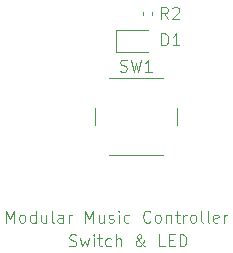
<source format=gto>
%TF.GenerationSoftware,KiCad,Pcbnew,9.0.5-1.fc42*%
%TF.CreationDate,2025-12-03T02:33:13+01:00*%
%TF.ProjectId,Block-Switch-1,426c6f63-6b2d-4537-9769-7463682d312e,1*%
%TF.SameCoordinates,Original*%
%TF.FileFunction,Legend,Top*%
%TF.FilePolarity,Positive*%
%FSLAX46Y46*%
G04 Gerber Fmt 4.6, Leading zero omitted, Abs format (unit mm)*
G04 Created by KiCad (PCBNEW 9.0.5-1.fc42) date 2025-12-03 02:33:13*
%MOMM*%
%LPD*%
G01*
G04 APERTURE LIST*
%ADD10C,0.125000*%
%ADD11C,0.120000*%
G04 APERTURE END LIST*
D10*
X128082331Y-122656319D02*
X128082331Y-121656319D01*
X128082331Y-121656319D02*
X128415664Y-122370604D01*
X128415664Y-122370604D02*
X128748997Y-121656319D01*
X128748997Y-121656319D02*
X128748997Y-122656319D01*
X129368045Y-122656319D02*
X129272807Y-122608700D01*
X129272807Y-122608700D02*
X129225188Y-122561080D01*
X129225188Y-122561080D02*
X129177569Y-122465842D01*
X129177569Y-122465842D02*
X129177569Y-122180128D01*
X129177569Y-122180128D02*
X129225188Y-122084890D01*
X129225188Y-122084890D02*
X129272807Y-122037271D01*
X129272807Y-122037271D02*
X129368045Y-121989652D01*
X129368045Y-121989652D02*
X129510902Y-121989652D01*
X129510902Y-121989652D02*
X129606140Y-122037271D01*
X129606140Y-122037271D02*
X129653759Y-122084890D01*
X129653759Y-122084890D02*
X129701378Y-122180128D01*
X129701378Y-122180128D02*
X129701378Y-122465842D01*
X129701378Y-122465842D02*
X129653759Y-122561080D01*
X129653759Y-122561080D02*
X129606140Y-122608700D01*
X129606140Y-122608700D02*
X129510902Y-122656319D01*
X129510902Y-122656319D02*
X129368045Y-122656319D01*
X130558521Y-122656319D02*
X130558521Y-121656319D01*
X130558521Y-122608700D02*
X130463283Y-122656319D01*
X130463283Y-122656319D02*
X130272807Y-122656319D01*
X130272807Y-122656319D02*
X130177569Y-122608700D01*
X130177569Y-122608700D02*
X130129950Y-122561080D01*
X130129950Y-122561080D02*
X130082331Y-122465842D01*
X130082331Y-122465842D02*
X130082331Y-122180128D01*
X130082331Y-122180128D02*
X130129950Y-122084890D01*
X130129950Y-122084890D02*
X130177569Y-122037271D01*
X130177569Y-122037271D02*
X130272807Y-121989652D01*
X130272807Y-121989652D02*
X130463283Y-121989652D01*
X130463283Y-121989652D02*
X130558521Y-122037271D01*
X131463283Y-121989652D02*
X131463283Y-122656319D01*
X131034712Y-121989652D02*
X131034712Y-122513461D01*
X131034712Y-122513461D02*
X131082331Y-122608700D01*
X131082331Y-122608700D02*
X131177569Y-122656319D01*
X131177569Y-122656319D02*
X131320426Y-122656319D01*
X131320426Y-122656319D02*
X131415664Y-122608700D01*
X131415664Y-122608700D02*
X131463283Y-122561080D01*
X132082331Y-122656319D02*
X131987093Y-122608700D01*
X131987093Y-122608700D02*
X131939474Y-122513461D01*
X131939474Y-122513461D02*
X131939474Y-121656319D01*
X132891855Y-122656319D02*
X132891855Y-122132509D01*
X132891855Y-122132509D02*
X132844236Y-122037271D01*
X132844236Y-122037271D02*
X132748998Y-121989652D01*
X132748998Y-121989652D02*
X132558522Y-121989652D01*
X132558522Y-121989652D02*
X132463284Y-122037271D01*
X132891855Y-122608700D02*
X132796617Y-122656319D01*
X132796617Y-122656319D02*
X132558522Y-122656319D01*
X132558522Y-122656319D02*
X132463284Y-122608700D01*
X132463284Y-122608700D02*
X132415665Y-122513461D01*
X132415665Y-122513461D02*
X132415665Y-122418223D01*
X132415665Y-122418223D02*
X132463284Y-122322985D01*
X132463284Y-122322985D02*
X132558522Y-122275366D01*
X132558522Y-122275366D02*
X132796617Y-122275366D01*
X132796617Y-122275366D02*
X132891855Y-122227747D01*
X133368046Y-122656319D02*
X133368046Y-121989652D01*
X133368046Y-122180128D02*
X133415665Y-122084890D01*
X133415665Y-122084890D02*
X133463284Y-122037271D01*
X133463284Y-122037271D02*
X133558522Y-121989652D01*
X133558522Y-121989652D02*
X133653760Y-121989652D01*
X134748999Y-122656319D02*
X134748999Y-121656319D01*
X134748999Y-121656319D02*
X135082332Y-122370604D01*
X135082332Y-122370604D02*
X135415665Y-121656319D01*
X135415665Y-121656319D02*
X135415665Y-122656319D01*
X136320427Y-121989652D02*
X136320427Y-122656319D01*
X135891856Y-121989652D02*
X135891856Y-122513461D01*
X135891856Y-122513461D02*
X135939475Y-122608700D01*
X135939475Y-122608700D02*
X136034713Y-122656319D01*
X136034713Y-122656319D02*
X136177570Y-122656319D01*
X136177570Y-122656319D02*
X136272808Y-122608700D01*
X136272808Y-122608700D02*
X136320427Y-122561080D01*
X136748999Y-122608700D02*
X136844237Y-122656319D01*
X136844237Y-122656319D02*
X137034713Y-122656319D01*
X137034713Y-122656319D02*
X137129951Y-122608700D01*
X137129951Y-122608700D02*
X137177570Y-122513461D01*
X137177570Y-122513461D02*
X137177570Y-122465842D01*
X137177570Y-122465842D02*
X137129951Y-122370604D01*
X137129951Y-122370604D02*
X137034713Y-122322985D01*
X137034713Y-122322985D02*
X136891856Y-122322985D01*
X136891856Y-122322985D02*
X136796618Y-122275366D01*
X136796618Y-122275366D02*
X136748999Y-122180128D01*
X136748999Y-122180128D02*
X136748999Y-122132509D01*
X136748999Y-122132509D02*
X136796618Y-122037271D01*
X136796618Y-122037271D02*
X136891856Y-121989652D01*
X136891856Y-121989652D02*
X137034713Y-121989652D01*
X137034713Y-121989652D02*
X137129951Y-122037271D01*
X137606142Y-122656319D02*
X137606142Y-121989652D01*
X137606142Y-121656319D02*
X137558523Y-121703938D01*
X137558523Y-121703938D02*
X137606142Y-121751557D01*
X137606142Y-121751557D02*
X137653761Y-121703938D01*
X137653761Y-121703938D02*
X137606142Y-121656319D01*
X137606142Y-121656319D02*
X137606142Y-121751557D01*
X138510903Y-122608700D02*
X138415665Y-122656319D01*
X138415665Y-122656319D02*
X138225189Y-122656319D01*
X138225189Y-122656319D02*
X138129951Y-122608700D01*
X138129951Y-122608700D02*
X138082332Y-122561080D01*
X138082332Y-122561080D02*
X138034713Y-122465842D01*
X138034713Y-122465842D02*
X138034713Y-122180128D01*
X138034713Y-122180128D02*
X138082332Y-122084890D01*
X138082332Y-122084890D02*
X138129951Y-122037271D01*
X138129951Y-122037271D02*
X138225189Y-121989652D01*
X138225189Y-121989652D02*
X138415665Y-121989652D01*
X138415665Y-121989652D02*
X138510903Y-122037271D01*
X140272808Y-122561080D02*
X140225189Y-122608700D01*
X140225189Y-122608700D02*
X140082332Y-122656319D01*
X140082332Y-122656319D02*
X139987094Y-122656319D01*
X139987094Y-122656319D02*
X139844237Y-122608700D01*
X139844237Y-122608700D02*
X139748999Y-122513461D01*
X139748999Y-122513461D02*
X139701380Y-122418223D01*
X139701380Y-122418223D02*
X139653761Y-122227747D01*
X139653761Y-122227747D02*
X139653761Y-122084890D01*
X139653761Y-122084890D02*
X139701380Y-121894414D01*
X139701380Y-121894414D02*
X139748999Y-121799176D01*
X139748999Y-121799176D02*
X139844237Y-121703938D01*
X139844237Y-121703938D02*
X139987094Y-121656319D01*
X139987094Y-121656319D02*
X140082332Y-121656319D01*
X140082332Y-121656319D02*
X140225189Y-121703938D01*
X140225189Y-121703938D02*
X140272808Y-121751557D01*
X140844237Y-122656319D02*
X140748999Y-122608700D01*
X140748999Y-122608700D02*
X140701380Y-122561080D01*
X140701380Y-122561080D02*
X140653761Y-122465842D01*
X140653761Y-122465842D02*
X140653761Y-122180128D01*
X140653761Y-122180128D02*
X140701380Y-122084890D01*
X140701380Y-122084890D02*
X140748999Y-122037271D01*
X140748999Y-122037271D02*
X140844237Y-121989652D01*
X140844237Y-121989652D02*
X140987094Y-121989652D01*
X140987094Y-121989652D02*
X141082332Y-122037271D01*
X141082332Y-122037271D02*
X141129951Y-122084890D01*
X141129951Y-122084890D02*
X141177570Y-122180128D01*
X141177570Y-122180128D02*
X141177570Y-122465842D01*
X141177570Y-122465842D02*
X141129951Y-122561080D01*
X141129951Y-122561080D02*
X141082332Y-122608700D01*
X141082332Y-122608700D02*
X140987094Y-122656319D01*
X140987094Y-122656319D02*
X140844237Y-122656319D01*
X141606142Y-121989652D02*
X141606142Y-122656319D01*
X141606142Y-122084890D02*
X141653761Y-122037271D01*
X141653761Y-122037271D02*
X141748999Y-121989652D01*
X141748999Y-121989652D02*
X141891856Y-121989652D01*
X141891856Y-121989652D02*
X141987094Y-122037271D01*
X141987094Y-122037271D02*
X142034713Y-122132509D01*
X142034713Y-122132509D02*
X142034713Y-122656319D01*
X142368047Y-121989652D02*
X142748999Y-121989652D01*
X142510904Y-121656319D02*
X142510904Y-122513461D01*
X142510904Y-122513461D02*
X142558523Y-122608700D01*
X142558523Y-122608700D02*
X142653761Y-122656319D01*
X142653761Y-122656319D02*
X142748999Y-122656319D01*
X143082333Y-122656319D02*
X143082333Y-121989652D01*
X143082333Y-122180128D02*
X143129952Y-122084890D01*
X143129952Y-122084890D02*
X143177571Y-122037271D01*
X143177571Y-122037271D02*
X143272809Y-121989652D01*
X143272809Y-121989652D02*
X143368047Y-121989652D01*
X143844238Y-122656319D02*
X143749000Y-122608700D01*
X143749000Y-122608700D02*
X143701381Y-122561080D01*
X143701381Y-122561080D02*
X143653762Y-122465842D01*
X143653762Y-122465842D02*
X143653762Y-122180128D01*
X143653762Y-122180128D02*
X143701381Y-122084890D01*
X143701381Y-122084890D02*
X143749000Y-122037271D01*
X143749000Y-122037271D02*
X143844238Y-121989652D01*
X143844238Y-121989652D02*
X143987095Y-121989652D01*
X143987095Y-121989652D02*
X144082333Y-122037271D01*
X144082333Y-122037271D02*
X144129952Y-122084890D01*
X144129952Y-122084890D02*
X144177571Y-122180128D01*
X144177571Y-122180128D02*
X144177571Y-122465842D01*
X144177571Y-122465842D02*
X144129952Y-122561080D01*
X144129952Y-122561080D02*
X144082333Y-122608700D01*
X144082333Y-122608700D02*
X143987095Y-122656319D01*
X143987095Y-122656319D02*
X143844238Y-122656319D01*
X144749000Y-122656319D02*
X144653762Y-122608700D01*
X144653762Y-122608700D02*
X144606143Y-122513461D01*
X144606143Y-122513461D02*
X144606143Y-121656319D01*
X145272810Y-122656319D02*
X145177572Y-122608700D01*
X145177572Y-122608700D02*
X145129953Y-122513461D01*
X145129953Y-122513461D02*
X145129953Y-121656319D01*
X146034715Y-122608700D02*
X145939477Y-122656319D01*
X145939477Y-122656319D02*
X145749001Y-122656319D01*
X145749001Y-122656319D02*
X145653763Y-122608700D01*
X145653763Y-122608700D02*
X145606144Y-122513461D01*
X145606144Y-122513461D02*
X145606144Y-122132509D01*
X145606144Y-122132509D02*
X145653763Y-122037271D01*
X145653763Y-122037271D02*
X145749001Y-121989652D01*
X145749001Y-121989652D02*
X145939477Y-121989652D01*
X145939477Y-121989652D02*
X146034715Y-122037271D01*
X146034715Y-122037271D02*
X146082334Y-122132509D01*
X146082334Y-122132509D02*
X146082334Y-122227747D01*
X146082334Y-122227747D02*
X145606144Y-122322985D01*
X146510906Y-122656319D02*
X146510906Y-121989652D01*
X146510906Y-122180128D02*
X146558525Y-122084890D01*
X146558525Y-122084890D02*
X146606144Y-122037271D01*
X146606144Y-122037271D02*
X146701382Y-121989652D01*
X146701382Y-121989652D02*
X146796620Y-121989652D01*
X133419512Y-124613500D02*
X133562369Y-124661119D01*
X133562369Y-124661119D02*
X133800464Y-124661119D01*
X133800464Y-124661119D02*
X133895702Y-124613500D01*
X133895702Y-124613500D02*
X133943321Y-124565880D01*
X133943321Y-124565880D02*
X133990940Y-124470642D01*
X133990940Y-124470642D02*
X133990940Y-124375404D01*
X133990940Y-124375404D02*
X133943321Y-124280166D01*
X133943321Y-124280166D02*
X133895702Y-124232547D01*
X133895702Y-124232547D02*
X133800464Y-124184928D01*
X133800464Y-124184928D02*
X133609988Y-124137309D01*
X133609988Y-124137309D02*
X133514750Y-124089690D01*
X133514750Y-124089690D02*
X133467131Y-124042071D01*
X133467131Y-124042071D02*
X133419512Y-123946833D01*
X133419512Y-123946833D02*
X133419512Y-123851595D01*
X133419512Y-123851595D02*
X133467131Y-123756357D01*
X133467131Y-123756357D02*
X133514750Y-123708738D01*
X133514750Y-123708738D02*
X133609988Y-123661119D01*
X133609988Y-123661119D02*
X133848083Y-123661119D01*
X133848083Y-123661119D02*
X133990940Y-123708738D01*
X134324274Y-123994452D02*
X134514750Y-124661119D01*
X134514750Y-124661119D02*
X134705226Y-124184928D01*
X134705226Y-124184928D02*
X134895702Y-124661119D01*
X134895702Y-124661119D02*
X135086178Y-123994452D01*
X135467131Y-124661119D02*
X135467131Y-123994452D01*
X135467131Y-123661119D02*
X135419512Y-123708738D01*
X135419512Y-123708738D02*
X135467131Y-123756357D01*
X135467131Y-123756357D02*
X135514750Y-123708738D01*
X135514750Y-123708738D02*
X135467131Y-123661119D01*
X135467131Y-123661119D02*
X135467131Y-123756357D01*
X135800464Y-123994452D02*
X136181416Y-123994452D01*
X135943321Y-123661119D02*
X135943321Y-124518261D01*
X135943321Y-124518261D02*
X135990940Y-124613500D01*
X135990940Y-124613500D02*
X136086178Y-124661119D01*
X136086178Y-124661119D02*
X136181416Y-124661119D01*
X136943321Y-124613500D02*
X136848083Y-124661119D01*
X136848083Y-124661119D02*
X136657607Y-124661119D01*
X136657607Y-124661119D02*
X136562369Y-124613500D01*
X136562369Y-124613500D02*
X136514750Y-124565880D01*
X136514750Y-124565880D02*
X136467131Y-124470642D01*
X136467131Y-124470642D02*
X136467131Y-124184928D01*
X136467131Y-124184928D02*
X136514750Y-124089690D01*
X136514750Y-124089690D02*
X136562369Y-124042071D01*
X136562369Y-124042071D02*
X136657607Y-123994452D01*
X136657607Y-123994452D02*
X136848083Y-123994452D01*
X136848083Y-123994452D02*
X136943321Y-124042071D01*
X137371893Y-124661119D02*
X137371893Y-123661119D01*
X137800464Y-124661119D02*
X137800464Y-124137309D01*
X137800464Y-124137309D02*
X137752845Y-124042071D01*
X137752845Y-124042071D02*
X137657607Y-123994452D01*
X137657607Y-123994452D02*
X137514750Y-123994452D01*
X137514750Y-123994452D02*
X137419512Y-124042071D01*
X137419512Y-124042071D02*
X137371893Y-124089690D01*
X139848084Y-124661119D02*
X139800465Y-124661119D01*
X139800465Y-124661119D02*
X139705226Y-124613500D01*
X139705226Y-124613500D02*
X139562369Y-124470642D01*
X139562369Y-124470642D02*
X139324274Y-124184928D01*
X139324274Y-124184928D02*
X139229036Y-124042071D01*
X139229036Y-124042071D02*
X139181417Y-123899214D01*
X139181417Y-123899214D02*
X139181417Y-123803976D01*
X139181417Y-123803976D02*
X139229036Y-123708738D01*
X139229036Y-123708738D02*
X139324274Y-123661119D01*
X139324274Y-123661119D02*
X139371893Y-123661119D01*
X139371893Y-123661119D02*
X139467131Y-123708738D01*
X139467131Y-123708738D02*
X139514750Y-123803976D01*
X139514750Y-123803976D02*
X139514750Y-123851595D01*
X139514750Y-123851595D02*
X139467131Y-123946833D01*
X139467131Y-123946833D02*
X139419512Y-123994452D01*
X139419512Y-123994452D02*
X139133798Y-124184928D01*
X139133798Y-124184928D02*
X139086179Y-124232547D01*
X139086179Y-124232547D02*
X139038560Y-124327785D01*
X139038560Y-124327785D02*
X139038560Y-124470642D01*
X139038560Y-124470642D02*
X139086179Y-124565880D01*
X139086179Y-124565880D02*
X139133798Y-124613500D01*
X139133798Y-124613500D02*
X139229036Y-124661119D01*
X139229036Y-124661119D02*
X139371893Y-124661119D01*
X139371893Y-124661119D02*
X139467131Y-124613500D01*
X139467131Y-124613500D02*
X139514750Y-124565880D01*
X139514750Y-124565880D02*
X139657607Y-124375404D01*
X139657607Y-124375404D02*
X139705226Y-124232547D01*
X139705226Y-124232547D02*
X139705226Y-124137309D01*
X141514750Y-124661119D02*
X141038560Y-124661119D01*
X141038560Y-124661119D02*
X141038560Y-123661119D01*
X141848084Y-124137309D02*
X142181417Y-124137309D01*
X142324274Y-124661119D02*
X141848084Y-124661119D01*
X141848084Y-124661119D02*
X141848084Y-123661119D01*
X141848084Y-123661119D02*
X142324274Y-123661119D01*
X142752846Y-124661119D02*
X142752846Y-123661119D01*
X142752846Y-123661119D02*
X142990941Y-123661119D01*
X142990941Y-123661119D02*
X143133798Y-123708738D01*
X143133798Y-123708738D02*
X143229036Y-123803976D01*
X143229036Y-123803976D02*
X143276655Y-123899214D01*
X143276655Y-123899214D02*
X143324274Y-124089690D01*
X143324274Y-124089690D02*
X143324274Y-124232547D01*
X143324274Y-124232547D02*
X143276655Y-124423023D01*
X143276655Y-124423023D02*
X143229036Y-124518261D01*
X143229036Y-124518261D02*
X143133798Y-124613500D01*
X143133798Y-124613500D02*
X142990941Y-124661119D01*
X142990941Y-124661119D02*
X142752846Y-124661119D01*
X141219405Y-107644119D02*
X141219405Y-106644119D01*
X141219405Y-106644119D02*
X141457500Y-106644119D01*
X141457500Y-106644119D02*
X141600357Y-106691738D01*
X141600357Y-106691738D02*
X141695595Y-106786976D01*
X141695595Y-106786976D02*
X141743214Y-106882214D01*
X141743214Y-106882214D02*
X141790833Y-107072690D01*
X141790833Y-107072690D02*
X141790833Y-107215547D01*
X141790833Y-107215547D02*
X141743214Y-107406023D01*
X141743214Y-107406023D02*
X141695595Y-107501261D01*
X141695595Y-107501261D02*
X141600357Y-107596500D01*
X141600357Y-107596500D02*
X141457500Y-107644119D01*
X141457500Y-107644119D02*
X141219405Y-107644119D01*
X142743214Y-107644119D02*
X142171786Y-107644119D01*
X142457500Y-107644119D02*
X142457500Y-106644119D01*
X142457500Y-106644119D02*
X142362262Y-106786976D01*
X142362262Y-106786976D02*
X142267024Y-106882214D01*
X142267024Y-106882214D02*
X142171786Y-106929833D01*
X141768533Y-105408919D02*
X141435200Y-104932728D01*
X141197105Y-105408919D02*
X141197105Y-104408919D01*
X141197105Y-104408919D02*
X141578057Y-104408919D01*
X141578057Y-104408919D02*
X141673295Y-104456538D01*
X141673295Y-104456538D02*
X141720914Y-104504157D01*
X141720914Y-104504157D02*
X141768533Y-104599395D01*
X141768533Y-104599395D02*
X141768533Y-104742252D01*
X141768533Y-104742252D02*
X141720914Y-104837490D01*
X141720914Y-104837490D02*
X141673295Y-104885109D01*
X141673295Y-104885109D02*
X141578057Y-104932728D01*
X141578057Y-104932728D02*
X141197105Y-104932728D01*
X142149486Y-104504157D02*
X142197105Y-104456538D01*
X142197105Y-104456538D02*
X142292343Y-104408919D01*
X142292343Y-104408919D02*
X142530438Y-104408919D01*
X142530438Y-104408919D02*
X142625676Y-104456538D01*
X142625676Y-104456538D02*
X142673295Y-104504157D01*
X142673295Y-104504157D02*
X142720914Y-104599395D01*
X142720914Y-104599395D02*
X142720914Y-104694633D01*
X142720914Y-104694633D02*
X142673295Y-104837490D01*
X142673295Y-104837490D02*
X142101867Y-105408919D01*
X142101867Y-105408919D02*
X142720914Y-105408919D01*
X137731667Y-109823500D02*
X137874524Y-109871119D01*
X137874524Y-109871119D02*
X138112619Y-109871119D01*
X138112619Y-109871119D02*
X138207857Y-109823500D01*
X138207857Y-109823500D02*
X138255476Y-109775880D01*
X138255476Y-109775880D02*
X138303095Y-109680642D01*
X138303095Y-109680642D02*
X138303095Y-109585404D01*
X138303095Y-109585404D02*
X138255476Y-109490166D01*
X138255476Y-109490166D02*
X138207857Y-109442547D01*
X138207857Y-109442547D02*
X138112619Y-109394928D01*
X138112619Y-109394928D02*
X137922143Y-109347309D01*
X137922143Y-109347309D02*
X137826905Y-109299690D01*
X137826905Y-109299690D02*
X137779286Y-109252071D01*
X137779286Y-109252071D02*
X137731667Y-109156833D01*
X137731667Y-109156833D02*
X137731667Y-109061595D01*
X137731667Y-109061595D02*
X137779286Y-108966357D01*
X137779286Y-108966357D02*
X137826905Y-108918738D01*
X137826905Y-108918738D02*
X137922143Y-108871119D01*
X137922143Y-108871119D02*
X138160238Y-108871119D01*
X138160238Y-108871119D02*
X138303095Y-108918738D01*
X138636429Y-108871119D02*
X138874524Y-109871119D01*
X138874524Y-109871119D02*
X139065000Y-109156833D01*
X139065000Y-109156833D02*
X139255476Y-109871119D01*
X139255476Y-109871119D02*
X139493572Y-108871119D01*
X140398333Y-109871119D02*
X139826905Y-109871119D01*
X140112619Y-109871119D02*
X140112619Y-108871119D01*
X140112619Y-108871119D02*
X140017381Y-109013976D01*
X140017381Y-109013976D02*
X139922143Y-109109214D01*
X139922143Y-109109214D02*
X139826905Y-109156833D01*
D11*
%TO.C,D1*%
X137400000Y-106329600D02*
X137400000Y-108249600D01*
X137400000Y-108249600D02*
X140085000Y-108249600D01*
X140085000Y-106329600D02*
X137400000Y-106329600D01*
%TO.C,R2*%
X139642500Y-104799159D02*
X139642500Y-105106441D01*
X140402500Y-104799159D02*
X140402500Y-105106441D01*
%TO.C,SW1*%
X135565000Y-112915000D02*
X135565000Y-114415000D01*
X136815000Y-116915000D02*
X141315000Y-116915000D01*
X141315000Y-110415000D02*
X136815000Y-110415000D01*
X142565000Y-114415000D02*
X142565000Y-112915000D01*
%TD*%
M02*

</source>
